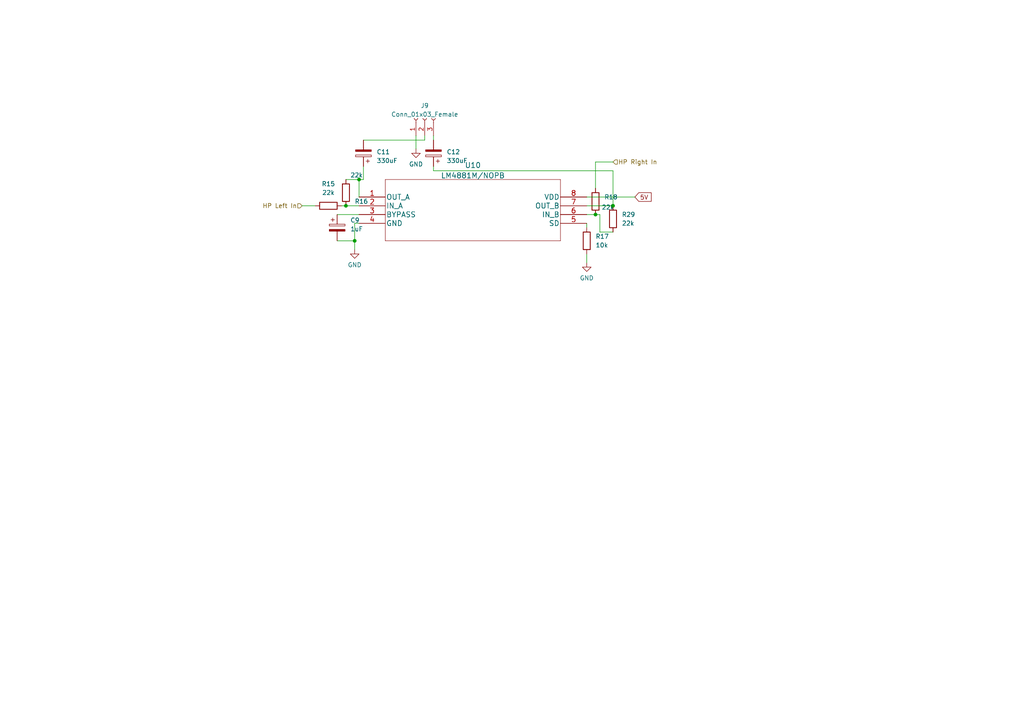
<source format=kicad_sch>
(kicad_sch (version 20230121) (generator eeschema)
  (paper "A4")
  (lib_symbols
    (symbol "2023-02-24_23-31-36:LM4881M/NOPB" (pin_names (offset 0.254))
      (property "Value" "LM4881M{slash}NOPB" (at 33.02 7.62 0))
      (symbol "LM4881M/NOPB_1_1"
        (polyline (pts (xy 7.62 -12.7) (xy 58.42 -12.7)) (stroke (width 0.127)))
        (polyline (pts (xy 7.62 5.08) (xy 7.62 -12.7)) (stroke (width 0.127)))
        (polyline (pts (xy 58.42 -12.7) (xy 58.42 5.08)) (stroke (width 0.127)))
        (polyline (pts (xy 58.42 5.08) (xy 7.62 5.08)) (stroke (width 0.127)))
        (pin output line (at 0 0 0) (length 7.62) (name "OUT_A") (number "1"))
        (pin input line (at 0 -2.54 0) (length 7.62) (name "IN_A") (number "2"))
        (pin passive line (at 0 -5.08 0) (length 7.62) (name "BYPASS") (number "3"))
        (pin power_in line (at 0 -7.62 0) (length 7.62) (name "GND") (number "4"))
        (pin input line (at 66.04 -7.62 180) (length 7.62) (name "SD") (number "5"))
        (pin input line (at 66.04 -5.08 180) (length 7.62) (name "IN_B") (number "6"))
        (pin output line (at 66.04 -2.54 180) (length 7.62) (name "OUT_B") (number "7"))
        (pin power_in line (at 66.04 0 180) (length 7.62) (name "VDD") (number "8"))
      )
    )
    (symbol "Connector:Conn_01x03_Female" (pin_names (offset 1.016) hide)
      (property "Reference" "J" (at 0 5.08 0))
      (property "Value" "Conn_01x03_Female" (at 0 -5.08 0))
      (symbol "Conn_01x03_Female_1_1"
        (arc (start 0 -2.032) (mid -0.5058 -2.54) (end 0 -3.048) (stroke (width 0.1524)))
        (polyline (pts (xy -1.27 -2.54) (xy -0.508 -2.54)) (stroke (width 0.1524)))
        (polyline (pts (xy -1.27 0) (xy -0.508 0)) (stroke (width 0.1524)))
        (polyline (pts (xy -1.27 2.54) (xy -0.508 2.54)) (stroke (width 0.1524)))
        (arc (start 0 0.508) (mid -0.5058 0) (end 0 -0.508) (stroke (width 0.1524)))
        (arc (start 0 3.048) (mid -0.5058 2.54) (end 0 2.032) (stroke (width 0.1524)))
        (pin passive line (at -5.08 2.54 0) (length 3.81) (name "Pin_1") (number "1"))
        (pin passive line (at -5.08 0 0) (length 3.81) (name "Pin_2") (number "2"))
        (pin passive line (at -5.08 -2.54 0) (length 3.81) (name "Pin_3") (number "3"))
      )
    )
    (symbol "Device:C_Polarized" (pin_numbers hide) (pin_names (offset 0.254))
      (property "Reference" "C" (at 0.635 2.54 0))
      (property "Value" "C_Polarized" (at 0.635 -2.54 0))
      (symbol "C_Polarized_0_1"
        (rectangle (start -2.286 0.508) (end 2.286 1.016))
        (polyline (pts (xy -1.778 2.286) (xy -0.762 2.286)))
        (polyline (pts (xy -1.27 2.794) (xy -1.27 1.778)))
        (rectangle (start 2.286 -0.508) (end -2.286 -1.016) (fill (type outline)))
      )
      (symbol "C_Polarized_1_1"
        (pin passive line (at 0 3.81 270) (length 2.794) (name "~") (number "1"))
        (pin passive line (at 0 -3.81 90) (length 2.794) (name "~") (number "2"))
      )
    )
    (symbol "Device:R" (pin_numbers hide) (pin_names (offset 0))
      (property "Reference" "R" (at 2.032 0 90))
      (property "Value" "R" (at 0 0 90))
      (symbol "R_0_1"
        (rectangle (start -1.016 -2.54) (end 1.016 2.54) (stroke (width 0.254)))
      )
      (symbol "R_1_1"
        (pin passive line (at 0 3.81 270) (length 1.27) (name "~") (number "1"))
        (pin passive line (at 0 -3.81 90) (length 1.27) (name "~") (number "2"))
      )
    )
    (symbol "power:GND" (power) (pin_names (offset 0))
      (property "Value" "GND" (at 0 -3.81 0))
      (symbol "GND_0_1"
        (polyline (pts (xy 0 0) (xy 0 -1.27) (xy 1.27 -1.27) (xy 0 -2.54) (xy -1.27 -1.27) (xy 0 -1.27)))
      )
      (symbol "GND_1_1"
        (pin power_in line (at 0 0 270) (length 0) hide (name "GND") (number "1"))
      )
    )
  )
  (junction (at 100.33 59.69))
  (junction (at 102.87 69.85))
  (junction (at 104.14 52.07))
  (junction (at 177.8 59.69))
  (junction (at 172.72 62.23))
  (wire (pts (xy 87.63 59.69) (xy 91.44 59.69)))
  (wire (pts (xy 172.72 46.99) (xy 172.72 54.61)))
  (wire (pts (xy 100.33 59.69) (xy 104.14 59.69)))
  (wire (pts (xy 104.14 52.07) (xy 100.33 52.07)))
  (wire (pts (xy 99.06 59.69) (xy 100.33 59.69)))
  (wire (pts (xy 97.79 62.23) (xy 104.14 62.23)))
  (wire (pts (xy 184.15 57.15) (xy 170.18 57.15)))
  (wire (pts (xy 170.18 59.69) (xy 177.8 59.69)))
  (wire (pts (xy 125.73 49.53) (xy 125.73 48.26)))
  (wire (pts (xy 104.14 64.77) (xy 102.87 64.77)))
  (wire (pts (xy 105.41 40.64) (xy 123.19 40.64)))
  (wire (pts (xy 172.72 46.99) (xy 177.8 46.99)))
  (wire (pts (xy 104.14 57.15) (xy 104.14 52.07)))
  (wire (pts (xy 102.87 69.85) (xy 102.87 72.39)))
  (wire (pts (xy 172.72 62.23) (xy 170.18 62.23)))
  (wire (pts (xy 173.99 62.23) (xy 172.72 62.23)))
  (wire (pts (xy 125.73 40.64) (xy 125.73 39.37)))
  (wire (pts (xy 170.18 73.66) (xy 170.18 76.2)))
  (wire (pts (xy 173.99 67.31) (xy 173.99 62.23)))
  (wire (pts (xy 170.18 64.77) (xy 170.18 66.04)))
  (wire (pts (xy 102.87 64.77) (xy 102.87 69.85)))
  (wire (pts (xy 105.41 52.07) (xy 105.41 48.26)))
  (wire (pts (xy 177.8 67.31) (xy 173.99 67.31)))
  (wire (pts (xy 177.8 49.53) (xy 125.73 49.53)))
  (wire (pts (xy 104.14 52.07) (xy 105.41 52.07)))
  (wire (pts (xy 97.79 69.85) (xy 102.87 69.85)))
  (wire (pts (xy 123.19 40.64) (xy 123.19 39.37)))
  (wire (pts (xy 177.8 59.69) (xy 177.8 49.53)))
  (wire (pts (xy 120.65 39.37) (xy 120.65 43.18)))
  (global_label "5V" (shape input) (at 184.15 57.15 0) (property "Intersheetrefs" "${INTERSHEET_REFS}" (effects hide)))
  (hierarchical_label "HP Right In" (shape input) (at 177.8 46.99 0))
  (hierarchical_label "HP Left In" (shape input) (at 87.63 59.69 180))
  (symbol (lib_id "Device:R") (at 95.25 59.69 270) (unit 1)
    (property "Reference" "R15" (at 95.25 53.34 90))
    (property "Value" "22k" (at 95.25 55.88 90))
    (property "Footprint" "Resistor_SMD:R_0603_1608Metric_Pad0.98x0.95mm_HandSolder" (effects hide))
  )
  (symbol (lib_id "2023-02-24_23-31-36:LM4881M/NOPB") (at 104.14 57.15 0) (unit 1)
    (property "Reference" "U10" (at 137.16 47.9224 0) (effects (font (size 1.524 1.524))))
    (property "Value" "LM4881M/NOPB" (at 137.16 50.9158 0) (effects (font (size 1.524 1.524))))
    (property "Footprint" "Package_SO:SOIC-8_3.9x4.9mm_P1.27mm" (effects hide))
  )
  (symbol (lib_id "Device:R") (at 172.72 58.42 180) (unit 1)
    (property "Reference" "R18" (at 175.26 57.15 0) (effects (justify right)))
    (property "Value" "22k" (at 174.498 60.1222 0) (effects (justify right)))
    (property "Footprint" "Resistor_SMD:R_0603_1608Metric_Pad0.98x0.95mm_HandSolder" (effects hide))
  )
  (symbol (lib_id "Device:R") (at 100.33 55.88 180) (unit 1)
    (property "Reference" "R16" (at 102.87 58.42 0) (effects (justify right)))
    (property "Value" "22k" (at 101.6 50.8 0) (effects (justify right)))
    (property "Footprint" "Resistor_SMD:R_0603_1608Metric_Pad0.98x0.95mm_HandSolder" (effects hide))
  )
  (symbol (lib_id "power:GND") (at 102.87 72.39 0) (unit 1)
    (property "Reference" "#PWR016" (effects hide))
    (property "Value" "GND" (at 102.87 76.8334 0))
  )
  (symbol (lib_id "power:GND") (at 170.18 76.2 0) (unit 1)
    (property "Reference" "#PWR018" (effects hide))
    (property "Value" "GND" (at 170.18 80.6434 0))
    (instances (project "mic_extension_board" (path "" (reference "#PWR018") (unit 1)) (path "" (reference "#PWR024") (unit 1))))
  )
  (symbol (lib_id "power:GND") (at 120.65 43.18 0) (unit 1)
    (property "Reference" "#PWR024" (effects hide))
    (property "Value" "GND" (at 120.65 47.6234 0))
    (instances (project "mic_extension_board" (path "" (reference "#PWR024") (unit 1)) (path "" (reference "#PWR018") (unit 1))))
  )
  (symbol (lib_id "Device:R") (at 170.18 69.85 180) (unit 1)
    (property "Reference" "R17" (at 172.72 68.58 0) (effects (justify right)))
    (property "Value" "10k" (at 172.72 71.12 0) (effects (justify right)))
    (property "Footprint" "Resistor_SMD:R_0603_1608Metric_Pad0.98x0.95mm_HandSolder" (effects hide))
  )
  (symbol (lib_id "Connector:Conn_01x03_Female") (at 123.19 34.29 90) (unit 1)
    (property "Reference" "J9" (at 123.19 30.641 90))
    (property "Value" "Conn_01x03_Female" (at 123.19 33.1779 90))
    (property "Footprint" "Connector_PinHeader_2.54mm:PinHeader_1x03_P2.54mm_Vertical" (effects hide))
    (instances (project "mic_extension_board" (path "" (reference "J9") (unit 1)) (path "" (reference "J6") (unit 1))))
  )
  (symbol (lib_id "Device:C_Polarized") (at 105.41 44.45 180) (unit 1)
    (property "Reference" "C11" (at 109.22 44.069 0) (effects (justify right)))
    (property "Value" "330uF" (at 109.22 46.609 0) (effects (justify right)))
    (property "Footprint" "Capacitor_SMD:CP_Elec_6.3x7.7" (effects hide))
  )
  (symbol (lib_id "Device:C_Polarized") (at 125.73 44.45 180) (unit 1)
    (property "Reference" "C12" (at 129.54 44.069 0) (effects (justify right)))
    (property "Value" "330uF" (at 129.54 46.609 0) (effects (justify right)))
    (property "Footprint" "Capacitor_SMD:CP_Elec_6.3x7.7" (effects hide))
  )
  (symbol (lib_id "Device:C_Polarized") (at 97.79 66.04 0) (unit 1)
    (property "Reference" "C9" (at 101.6 63.881 0) (effects (justify left)))
    (property "Value" "1uF" (at 101.6 66.421 0) (effects (justify left)))
    (property "Footprint" "Capacitor_SMD:CP_Elec_4x4.5" (effects hide))
  )
  (symbol (lib_id "Device:R") (at 177.8 63.5 180) (unit 1)
    (property "Reference" "R29" (at 180.34 62.23 0) (effects (justify right)))
    (property "Value" "22k" (at 180.34 64.77 0) (effects (justify right)))
    (property "Footprint" "Resistor_SMD:R_0603_1608Metric_Pad0.98x0.95mm_HandSolder" (effects hide))
  )
)
</source>
